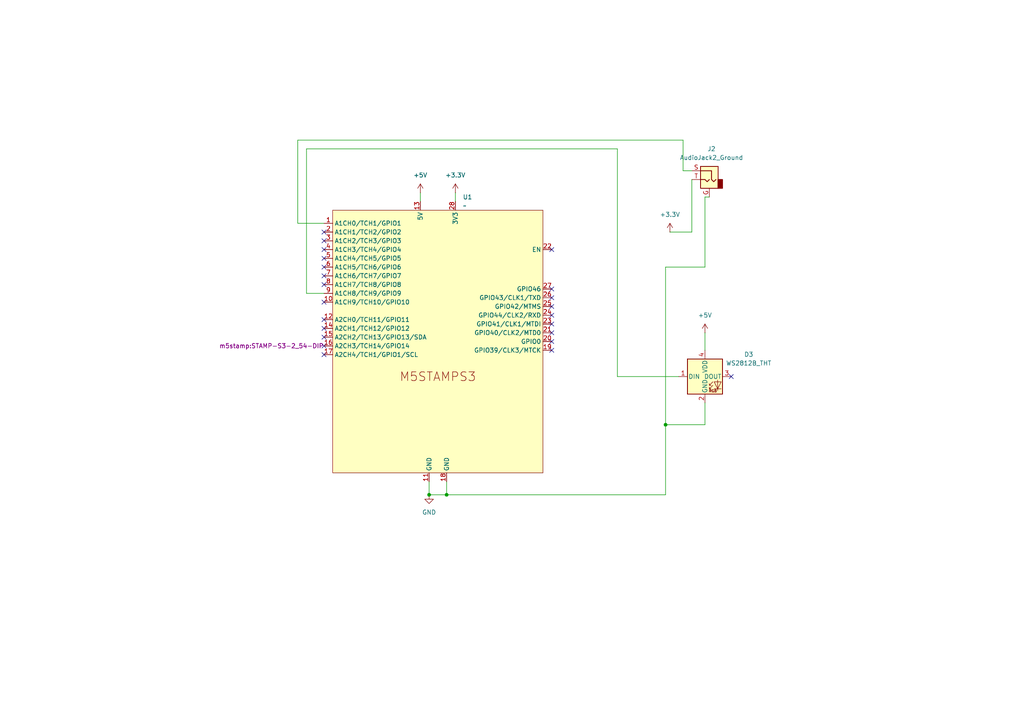
<source format=kicad_sch>
(kicad_sch (version 20250114) (generator "eeschema") (generator_version "9.0")
  (paper "A4")
  (lib_symbols
    (symbol "Connector_Audio:AudioJack2_Ground"
      (property "Reference" "J2" (at -0.635 8.89 0))
      (property "Value" "AudioJack2_Ground" (at -0.635 6.35 0))
      (symbol "AudioJack2_Ground_0_1"
        (rectangle (start -2.54 -2.54) (end -3.81 0) (stroke (width 0.254)) (fill (type outline)))
        (polyline (pts (xy 0 0) (xy 0.635 -0.635) (xy 1.27 0) (xy 2.54 0)) (stroke (width 0.254)))
        (rectangle (start 2.54 3.81) (end -2.54 -2.54) (stroke (width 0.254)) (fill (type background)))
        (polyline (pts (xy 2.54 2.54) (xy -0.635 2.54) (xy -0.635 0) (xy -1.27 -0.635) (xy -1.905 0)) (stroke (width 0.254)))
      )
      (symbol "AudioJack2_Ground_1_1"
        (pin power_out line (at 0 -5.08 90) (length 2.54) (name "~") (number "G"))
        (pin passive line (at 5.08 2.54 180) (length 2.54) (name "~") (number "S"))
        (pin passive line (at 5.08 0 180) (length 2.54) (name "~") (number "T"))
      )
    )
    (symbol "LED:NeoPixel_THT" (pin_names (offset 0.254))
      (property "Reference" "D3" (at 12.7 6.4202 0))
      (property "Value" "WS2812B_THT" (at 12.7 3.8802 0))
      (symbol "NeoPixel_THT_0_0"
        (text "RGB" (at 2.286 -4.191 0) (effects (font (size 0.762 0.762))))
      )
      (symbol "NeoPixel_THT_0_1"
        (rectangle (start -5.08 5.08) (end 5.08 -5.08) (stroke (width 0.254)) (fill (type background)))
        (polyline (pts (xy 1.27 -2.54) (xy 1.778 -2.54)))
        (polyline (pts (xy 1.27 -3.556) (xy 1.778 -3.556)))
        (polyline (pts (xy 2.286 -1.524) (xy 1.27 -2.54) (xy 1.27 -2.032)))
        (polyline (pts (xy 2.286 -2.54) (xy 1.27 -3.556) (xy 1.27 -3.048)))
        (polyline (pts (xy 3.683 -1.016) (xy 3.683 -3.556) (xy 3.683 -4.064)))
        (polyline (pts (xy 4.699 -1.524) (xy 2.667 -1.524) (xy 3.683 -3.556) (xy 4.699 -1.524)))
        (polyline (pts (xy 4.699 -3.556) (xy 2.667 -3.556)))
      )
      (symbol "NeoPixel_THT_1_1"
        (pin input line (at -7.62 0 0) (length 2.54) (name "DIN") (number "1"))
        (pin power_in line (at 0 7.62 270) (length 2.54) (name "VDD") (number "4"))
        (pin power_in line (at 0 -7.62 90) (length 2.54) (name "GND") (number "2"))
        (pin output line (at 7.62 0 180) (length 2.54) (name "DOUT") (number "3"))
      )
    )
    (symbol "m5stamp:M5STAMPS3"
      (property "Reference" "U" (at -48.26 -2.54 0))
      (symbol "M5STAMPS3_0_1"
        (rectangle (start -30.48 36.83) (end 30.48 -39.37) (fill (type background)))
      )
      (symbol "M5STAMPS3_1_0"
        (text "M5STAMPS3\n" (at 0 -11.43 0) (effects (font (size 2.54 2.54))))
      )
      (symbol "M5STAMPS3_1_1"
        (pin bidirectional line (at -33.02 33.02 0) (length 2.54) (name "A1CH0/TCH1/GPIO1") (number "1"))
        (pin bidirectional line (at -33.02 30.48 0) (length 2.54) (name "A1CH1/TCH2/GPIO2") (number "2"))
        (pin bidirectional line (at -33.02 27.94 0) (length 2.54) (name "A1CH2/TCH3/GPIO3") (number "3"))
        (pin bidirectional line (at -33.02 25.4 0) (length 2.54) (name "A1CH3/TCH4/GPIO4") (number "4"))
        (pin bidirectional line (at -33.02 22.86 0) (length 2.54) (name "A1CH4/TCH5/GPIO5") (number "5"))
        (pin bidirectional line (at -33.02 20.32 0) (length 2.54) (name "A1CH5/TCH6/GPIO6") (number "6"))
        (pin bidirectional line (at -33.02 17.78 0) (length 2.54) (name "A1CH6/TCH7/GPIO7") (number "7"))
        (pin bidirectional line (at -33.02 15.24 0) (length 2.54) (name "A1CH7/TCH8/GPIO8") (number "8"))
        (pin bidirectional line (at -33.02 12.7 0) (length 2.54) (name "A1CH8/TCH9/GPIO9") (number "9"))
        (pin bidirectional line (at -33.02 10.16 0) (length 2.54) (name "A1CH9/TCH10/GPIO10") (number "10"))
        (pin bidirectional line (at -33.02 5.08 0) (length 2.54) (name "A2CH0/TCH11/GPIO11") (number "12"))
        (pin bidirectional line (at -33.02 2.54 0) (length 2.54) (name "A2CH1/TCH12/GPIO12") (number "14"))
        (pin bidirectional line (at -33.02 0 0) (length 2.54) (name "A2CH2/TCH13/GPIO13/SDA") (number "15"))
        (pin bidirectional line (at -33.02 -2.54 0) (length 2.54) (name "A2CH3/TCH14/GPIO14") (number "16"))
        (pin bidirectional line (at -33.02 -5.08 0) (length 2.54) (name "A2CH4/TCH1/GPIO1/SCL") (number "17"))
        (pin power_in line (at -5.08 39.37 270) (length 2.54) (name "5V") (number "13"))
        (pin power_in line (at -2.54 -41.91 90) (length 2.54) (name "GND") (number "11"))
        (pin power_in line (at 2.54 -41.91 90) (length 2.54) (name "GND") (number "18"))
        (pin power_in line (at 5.08 39.37 270) (length 2.54) (name "3V3") (number "28"))
        (pin input line (at 33.02 25.4 180) (length 2.54) (name "EN") (number "22"))
        (pin bidirectional line (at 33.02 13.97 180) (length 2.54) (name "GPIO46") (number "27"))
        (pin bidirectional line (at 33.02 11.43 180) (length 2.54) (name "GPIO43/CLK1/TXD") (number "26"))
        (pin bidirectional line (at 33.02 8.89 180) (length 2.54) (name "GPIO42/MTMS") (number "25"))
        (pin bidirectional line (at 33.02 6.35 180) (length 2.54) (name "GPIO44/CLK2/RXD") (number "24"))
        (pin bidirectional line (at 33.02 3.81 180) (length 2.54) (name "GPIO41/CLK1/MTDI") (number "23"))
        (pin bidirectional line (at 33.02 1.27 180) (length 2.54) (name "GPIO40/CLK2/MTD0") (number "21"))
        (pin bidirectional line (at 33.02 -1.27 180) (length 2.54) (name "GPIO0") (number "20"))
        (pin bidirectional line (at 33.02 -3.81 180) (length 2.54) (name "GPIO39/CLK3/MTCK") (number "19"))
      )
    )
    (symbol "power:+3.3V" (power) (pin_numbers (hide yes)) (pin_names (offset 0) (hide yes))
      (property "Value" "+3.3V" (at 0 3.556 0))
      (symbol "+3.3V_0_1"
        (polyline (pts (xy -0.762 1.27) (xy 0 2.54)))
        (polyline (pts (xy 0 2.54) (xy 0.762 1.27)))
        (polyline (pts (xy 0 0) (xy 0 2.54)))
      )
      (symbol "+3.3V_1_1"
        (pin power_in line (at 0 0 90) (length 0) (name "~") (number "1"))
      )
    )
    (symbol "power:+5V" (power) (pin_numbers (hide yes)) (pin_names (offset 0) (hide yes))
      (property "Value" "+5V" (at 0 3.556 0))
      (symbol "+5V_0_1"
        (polyline (pts (xy -0.762 1.27) (xy 0 2.54)))
        (polyline (pts (xy 0 2.54) (xy 0.762 1.27)))
        (polyline (pts (xy 0 0) (xy 0 2.54)))
      )
      (symbol "+5V_1_1"
        (pin power_in line (at 0 0 90) (length 0) (name "~") (number "1"))
      )
    )
    (symbol "power:GND" (power) (pin_numbers (hide yes)) (pin_names (offset 0) (hide yes))
      (property "Value" "GND" (at 0 -3.81 0))
      (symbol "GND_0_1"
        (polyline (pts (xy 0 0) (xy 0 -1.27) (xy 1.27 -1.27) (xy 0 -2.54) (xy -1.27 -1.27) (xy 0 -1.27)))
      )
      (symbol "GND_1_1"
        (pin power_in line (at 0 0 270) (length 0) (name "~") (number "1"))
      )
    )
  )
  (junction (at 124.46 143.51))
  (junction (at 129.54 143.51))
  (junction (at 193.04 123.19))
  (no_connect (at 160.02 99.06))
  (no_connect (at 93.98 77.47))
  (no_connect (at 93.98 72.39))
  (no_connect (at 93.98 67.31))
  (no_connect (at 160.02 91.44))
  (no_connect (at 160.02 101.6))
  (no_connect (at 93.98 80.01))
  (no_connect (at 93.98 97.79))
  (no_connect (at 93.98 82.55))
  (no_connect (at 160.02 86.36))
  (no_connect (at 93.98 87.63))
  (no_connect (at 160.02 83.82))
  (no_connect (at 93.98 95.25))
  (no_connect (at 160.02 96.52))
  (no_connect (at 93.98 92.71))
  (no_connect (at 93.98 74.93))
  (no_connect (at 93.98 100.33))
  (no_connect (at 160.02 88.9))
  (no_connect (at 160.02 72.39))
  (no_connect (at 93.98 102.87))
  (no_connect (at 212.09 109.22))
  (no_connect (at 160.02 93.98))
  (no_connect (at 93.98 69.85))
  (wire (pts (xy 193.04 123.19) (xy 204.47 123.19)))
  (wire (pts (xy 179.07 43.18) (xy 179.07 109.22)))
  (wire (pts (xy 198.12 40.64) (xy 198.12 49.53)))
  (wire (pts (xy 204.47 57.15) (xy 205.74 57.15)))
  (wire (pts (xy 193.04 123.19) (xy 193.04 143.51)))
  (wire (pts (xy 132.08 58.42) (xy 132.08 55.88)))
  (wire (pts (xy 86.36 40.64) (xy 198.12 40.64)))
  (wire (pts (xy 88.9 43.18) (xy 88.9 85.09)))
  (wire (pts (xy 204.47 116.84) (xy 204.47 123.19)))
  (wire (pts (xy 204.47 77.47) (xy 193.04 77.47)))
  (wire (pts (xy 194.31 67.31) (xy 200.66 67.31)))
  (wire (pts (xy 93.98 64.77) (xy 86.36 64.77)))
  (wire (pts (xy 204.47 96.52) (xy 204.47 101.6)))
  (wire (pts (xy 129.54 143.51) (xy 193.04 143.51)))
  (wire (pts (xy 204.47 57.15) (xy 204.47 77.47)))
  (wire (pts (xy 129.54 143.51) (xy 124.46 143.51)))
  (wire (pts (xy 86.36 64.77) (xy 86.36 40.64)))
  (wire (pts (xy 121.92 55.88) (xy 121.92 58.42)))
  (wire (pts (xy 93.98 85.09) (xy 88.9 85.09)))
  (wire (pts (xy 200.66 67.31) (xy 200.66 52.07)))
  (wire (pts (xy 198.12 49.53) (xy 200.66 49.53)))
  (wire (pts (xy 179.07 109.22) (xy 196.85 109.22)))
  (wire (pts (xy 129.54 139.7) (xy 129.54 143.51)))
  (wire (pts (xy 88.9 43.18) (xy 179.07 43.18)))
  (wire (pts (xy 193.04 77.47) (xy 193.04 123.19)))
  (wire (pts (xy 124.46 139.7) (xy 124.46 143.51)))
  (symbol (lib_id "power:GND") (at 124.46 143.51 0) (unit 1)
    (property "Reference" "#PWR010" (effects (hide yes)))
    (property "Value" "GND" (at 124.46 148.59 0))
    (property "Description" "Power symbol creates a global label with name \"GND\" , ground" (effects (hide yes)))
  )
  (symbol (lib_id "power:+5V") (at 204.47 96.52 0) (unit 1)
    (property "Reference" "#PWR06" (effects (hide yes)))
    (property "Value" "+5V" (at 204.47 91.44 0))
    (property "Description" "Power symbol creates a global label with name \"+5V\"" (effects (hide yes)))
  )
  (symbol (lib_id "power:+3.3V") (at 132.08 55.88 0) (unit 1)
    (property "Reference" "#PWR07" (effects (hide yes)))
    (property "Value" "+3.3V" (at 132.08 50.8 0))
    (property "Description" "Power symbol creates a global label with name \"+3.3V\"" (effects (hide yes)))
  )
  (symbol (lib_id "power:+5V") (at 121.92 55.88 0) (unit 1)
    (property "Reference" "#PWR08" (effects (hide yes)))
    (property "Value" "+5V" (at 121.92 50.8 0))
    (property "Description" "Power symbol creates a global label with name \"+5V\"" (effects (hide yes)))
  )
  (symbol (lib_id "power:+3.3V") (at 194.31 67.31 0) (unit 1)
    (property "Reference" "#PWR09" (effects (hide yes)))
    (property "Value" "+3.3V" (at 194.31 62.23 0))
    (property "Description" "Power symbol creates a global label with name \"+3.3V\"" (effects (hide yes)))
  )
  (symbol (lib_id "Connector_Audio:AudioJack2_Ground") (at 205.74 52.07 0) (mirror y) (unit 1)
    (property "Reference" "J2" (at 206.375 43.18 0))
    (property "Value" "AudioJack2_Ground" (at 206.375 45.72 0))
    (property "Footprint" "Connector_Audio:Jack_3.5mm_CUI_SJ1-3523N_Horizontal" (effects (hide yes)))
    (property "Description" "Audio Jack, 2 Poles (Mono / TS), Grounded Sleeve" (effects (hide yes)))
  )
  (symbol (lib_id "LED:NeoPixel_THT") (at 204.47 109.22 0) (unit 1)
    (property "Reference" "D3" (at 217.17 102.7998 0))
    (property "Value" "WS2812B_THT" (at 217.17 105.3398 0))
    (property "Footprint" "LED_THT:LED_D5.0mm-4_RGB_Staggered_Pins" (effects (hide yes)))
    (property "Description" "RGB LED with integrated controller, 5mm/8mm LED package" (effects (hide yes)))
  )
  (symbol (lib_id "m5stamp:M5STAMPS3") (at 127 97.79 0) (unit 1)
    (property "Reference" "U1" (at 134.2233 57.15 0) (effects (justify left)))
    (property "Value" "~" (at 134.2233 59.69 0) (effects (justify left)))
    (property "Footprint" "m5stamp:STAMP-S3-2_54-DIP" (at 78.74 100.33 0))
  )
)
</source>
